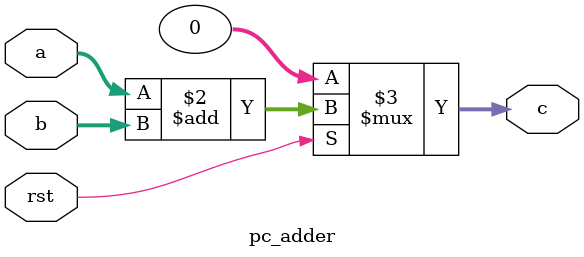
<source format=v>
`timescale 1ns/1ns

module pc_adder (a,b,c,rst);
input [31:0] a,b;
input rst;
output [31:0] c;


assign c = (~rst) ? 32'h00000000 : a + b;
endmodule
</source>
